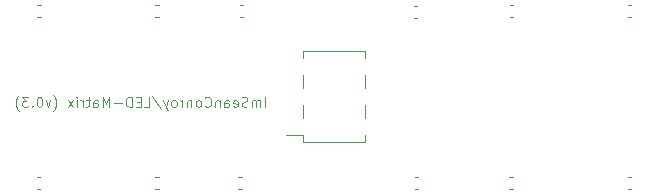
<source format=gbr>
G04 #@! TF.GenerationSoftware,KiCad,Pcbnew,8.0.6*
G04 #@! TF.CreationDate,2025-07-13T20:09:48+01:00*
G04 #@! TF.ProjectId,led-matrix,6c65642d-6d61-4747-9269-782e6b696361,0.3*
G04 #@! TF.SameCoordinates,Original*
G04 #@! TF.FileFunction,Legend,Bot*
G04 #@! TF.FilePolarity,Positive*
%FSLAX46Y46*%
G04 Gerber Fmt 4.6, Leading zero omitted, Abs format (unit mm)*
G04 Created by KiCad (PCBNEW 8.0.6) date 2025-07-13 20:09:48*
%MOMM*%
%LPD*%
G01*
G04 APERTURE LIST*
%ADD10C,0.100000*%
%ADD11C,0.120000*%
G04 APERTURE END LIST*
D10*
X97531830Y-64340777D02*
X97531830Y-63490777D01*
X97127068Y-64340777D02*
X97127068Y-63774110D01*
X97127068Y-63855062D02*
X97086591Y-63814586D01*
X97086591Y-63814586D02*
X97005639Y-63774110D01*
X97005639Y-63774110D02*
X96884210Y-63774110D01*
X96884210Y-63774110D02*
X96803258Y-63814586D01*
X96803258Y-63814586D02*
X96762782Y-63895539D01*
X96762782Y-63895539D02*
X96762782Y-64340777D01*
X96762782Y-63895539D02*
X96722306Y-63814586D01*
X96722306Y-63814586D02*
X96641353Y-63774110D01*
X96641353Y-63774110D02*
X96519925Y-63774110D01*
X96519925Y-63774110D02*
X96438972Y-63814586D01*
X96438972Y-63814586D02*
X96398496Y-63895539D01*
X96398496Y-63895539D02*
X96398496Y-64340777D01*
X96034211Y-64300301D02*
X95912782Y-64340777D01*
X95912782Y-64340777D02*
X95710401Y-64340777D01*
X95710401Y-64340777D02*
X95629449Y-64300301D01*
X95629449Y-64300301D02*
X95588973Y-64259824D01*
X95588973Y-64259824D02*
X95548496Y-64178872D01*
X95548496Y-64178872D02*
X95548496Y-64097920D01*
X95548496Y-64097920D02*
X95588973Y-64016967D01*
X95588973Y-64016967D02*
X95629449Y-63976491D01*
X95629449Y-63976491D02*
X95710401Y-63936015D01*
X95710401Y-63936015D02*
X95872306Y-63895539D01*
X95872306Y-63895539D02*
X95953258Y-63855062D01*
X95953258Y-63855062D02*
X95993735Y-63814586D01*
X95993735Y-63814586D02*
X96034211Y-63733634D01*
X96034211Y-63733634D02*
X96034211Y-63652681D01*
X96034211Y-63652681D02*
X95993735Y-63571729D01*
X95993735Y-63571729D02*
X95953258Y-63531253D01*
X95953258Y-63531253D02*
X95872306Y-63490777D01*
X95872306Y-63490777D02*
X95669925Y-63490777D01*
X95669925Y-63490777D02*
X95548496Y-63531253D01*
X94860401Y-64300301D02*
X94941353Y-64340777D01*
X94941353Y-64340777D02*
X95103258Y-64340777D01*
X95103258Y-64340777D02*
X95184211Y-64300301D01*
X95184211Y-64300301D02*
X95224687Y-64219348D01*
X95224687Y-64219348D02*
X95224687Y-63895539D01*
X95224687Y-63895539D02*
X95184211Y-63814586D01*
X95184211Y-63814586D02*
X95103258Y-63774110D01*
X95103258Y-63774110D02*
X94941353Y-63774110D01*
X94941353Y-63774110D02*
X94860401Y-63814586D01*
X94860401Y-63814586D02*
X94819925Y-63895539D01*
X94819925Y-63895539D02*
X94819925Y-63976491D01*
X94819925Y-63976491D02*
X95224687Y-64057443D01*
X94091354Y-64340777D02*
X94091354Y-63895539D01*
X94091354Y-63895539D02*
X94131830Y-63814586D01*
X94131830Y-63814586D02*
X94212782Y-63774110D01*
X94212782Y-63774110D02*
X94374687Y-63774110D01*
X94374687Y-63774110D02*
X94455640Y-63814586D01*
X94091354Y-64300301D02*
X94172306Y-64340777D01*
X94172306Y-64340777D02*
X94374687Y-64340777D01*
X94374687Y-64340777D02*
X94455640Y-64300301D01*
X94455640Y-64300301D02*
X94496116Y-64219348D01*
X94496116Y-64219348D02*
X94496116Y-64138396D01*
X94496116Y-64138396D02*
X94455640Y-64057443D01*
X94455640Y-64057443D02*
X94374687Y-64016967D01*
X94374687Y-64016967D02*
X94172306Y-64016967D01*
X94172306Y-64016967D02*
X94091354Y-63976491D01*
X93686592Y-63774110D02*
X93686592Y-64340777D01*
X93686592Y-63855062D02*
X93646115Y-63814586D01*
X93646115Y-63814586D02*
X93565163Y-63774110D01*
X93565163Y-63774110D02*
X93443734Y-63774110D01*
X93443734Y-63774110D02*
X93362782Y-63814586D01*
X93362782Y-63814586D02*
X93322306Y-63895539D01*
X93322306Y-63895539D02*
X93322306Y-64340777D01*
X92431829Y-64259824D02*
X92472305Y-64300301D01*
X92472305Y-64300301D02*
X92593734Y-64340777D01*
X92593734Y-64340777D02*
X92674686Y-64340777D01*
X92674686Y-64340777D02*
X92796115Y-64300301D01*
X92796115Y-64300301D02*
X92877067Y-64219348D01*
X92877067Y-64219348D02*
X92917544Y-64138396D01*
X92917544Y-64138396D02*
X92958020Y-63976491D01*
X92958020Y-63976491D02*
X92958020Y-63855062D01*
X92958020Y-63855062D02*
X92917544Y-63693158D01*
X92917544Y-63693158D02*
X92877067Y-63612205D01*
X92877067Y-63612205D02*
X92796115Y-63531253D01*
X92796115Y-63531253D02*
X92674686Y-63490777D01*
X92674686Y-63490777D02*
X92593734Y-63490777D01*
X92593734Y-63490777D02*
X92472305Y-63531253D01*
X92472305Y-63531253D02*
X92431829Y-63571729D01*
X91946115Y-64340777D02*
X92027067Y-64300301D01*
X92027067Y-64300301D02*
X92067544Y-64259824D01*
X92067544Y-64259824D02*
X92108020Y-64178872D01*
X92108020Y-64178872D02*
X92108020Y-63936015D01*
X92108020Y-63936015D02*
X92067544Y-63855062D01*
X92067544Y-63855062D02*
X92027067Y-63814586D01*
X92027067Y-63814586D02*
X91946115Y-63774110D01*
X91946115Y-63774110D02*
X91824686Y-63774110D01*
X91824686Y-63774110D02*
X91743734Y-63814586D01*
X91743734Y-63814586D02*
X91703258Y-63855062D01*
X91703258Y-63855062D02*
X91662782Y-63936015D01*
X91662782Y-63936015D02*
X91662782Y-64178872D01*
X91662782Y-64178872D02*
X91703258Y-64259824D01*
X91703258Y-64259824D02*
X91743734Y-64300301D01*
X91743734Y-64300301D02*
X91824686Y-64340777D01*
X91824686Y-64340777D02*
X91946115Y-64340777D01*
X91298496Y-63774110D02*
X91298496Y-64340777D01*
X91298496Y-63855062D02*
X91258019Y-63814586D01*
X91258019Y-63814586D02*
X91177067Y-63774110D01*
X91177067Y-63774110D02*
X91055638Y-63774110D01*
X91055638Y-63774110D02*
X90974686Y-63814586D01*
X90974686Y-63814586D02*
X90934210Y-63895539D01*
X90934210Y-63895539D02*
X90934210Y-64340777D01*
X90529448Y-64340777D02*
X90529448Y-63774110D01*
X90529448Y-63936015D02*
X90488971Y-63855062D01*
X90488971Y-63855062D02*
X90448495Y-63814586D01*
X90448495Y-63814586D02*
X90367543Y-63774110D01*
X90367543Y-63774110D02*
X90286590Y-63774110D01*
X89881829Y-64340777D02*
X89962781Y-64300301D01*
X89962781Y-64300301D02*
X90003258Y-64259824D01*
X90003258Y-64259824D02*
X90043734Y-64178872D01*
X90043734Y-64178872D02*
X90043734Y-63936015D01*
X90043734Y-63936015D02*
X90003258Y-63855062D01*
X90003258Y-63855062D02*
X89962781Y-63814586D01*
X89962781Y-63814586D02*
X89881829Y-63774110D01*
X89881829Y-63774110D02*
X89760400Y-63774110D01*
X89760400Y-63774110D02*
X89679448Y-63814586D01*
X89679448Y-63814586D02*
X89638972Y-63855062D01*
X89638972Y-63855062D02*
X89598496Y-63936015D01*
X89598496Y-63936015D02*
X89598496Y-64178872D01*
X89598496Y-64178872D02*
X89638972Y-64259824D01*
X89638972Y-64259824D02*
X89679448Y-64300301D01*
X89679448Y-64300301D02*
X89760400Y-64340777D01*
X89760400Y-64340777D02*
X89881829Y-64340777D01*
X89315162Y-63774110D02*
X89112781Y-64340777D01*
X88910400Y-63774110D02*
X89112781Y-64340777D01*
X89112781Y-64340777D02*
X89193733Y-64543158D01*
X89193733Y-64543158D02*
X89234210Y-64583634D01*
X89234210Y-64583634D02*
X89315162Y-64624110D01*
X87979448Y-63450301D02*
X88708019Y-64543158D01*
X87291353Y-64340777D02*
X87696115Y-64340777D01*
X87696115Y-64340777D02*
X87696115Y-63490777D01*
X87008020Y-63895539D02*
X86724686Y-63895539D01*
X86603258Y-64340777D02*
X87008020Y-64340777D01*
X87008020Y-64340777D02*
X87008020Y-63490777D01*
X87008020Y-63490777D02*
X86603258Y-63490777D01*
X86238972Y-64340777D02*
X86238972Y-63490777D01*
X86238972Y-63490777D02*
X86036591Y-63490777D01*
X86036591Y-63490777D02*
X85915162Y-63531253D01*
X85915162Y-63531253D02*
X85834210Y-63612205D01*
X85834210Y-63612205D02*
X85793733Y-63693158D01*
X85793733Y-63693158D02*
X85753257Y-63855062D01*
X85753257Y-63855062D02*
X85753257Y-63976491D01*
X85753257Y-63976491D02*
X85793733Y-64138396D01*
X85793733Y-64138396D02*
X85834210Y-64219348D01*
X85834210Y-64219348D02*
X85915162Y-64300301D01*
X85915162Y-64300301D02*
X86036591Y-64340777D01*
X86036591Y-64340777D02*
X86238972Y-64340777D01*
X85388972Y-64016967D02*
X84741353Y-64016967D01*
X84336591Y-64340777D02*
X84336591Y-63490777D01*
X84336591Y-63490777D02*
X84053257Y-64097920D01*
X84053257Y-64097920D02*
X83769924Y-63490777D01*
X83769924Y-63490777D02*
X83769924Y-64340777D01*
X83000876Y-64340777D02*
X83000876Y-63895539D01*
X83000876Y-63895539D02*
X83041352Y-63814586D01*
X83041352Y-63814586D02*
X83122304Y-63774110D01*
X83122304Y-63774110D02*
X83284209Y-63774110D01*
X83284209Y-63774110D02*
X83365162Y-63814586D01*
X83000876Y-64300301D02*
X83081828Y-64340777D01*
X83081828Y-64340777D02*
X83284209Y-64340777D01*
X83284209Y-64340777D02*
X83365162Y-64300301D01*
X83365162Y-64300301D02*
X83405638Y-64219348D01*
X83405638Y-64219348D02*
X83405638Y-64138396D01*
X83405638Y-64138396D02*
X83365162Y-64057443D01*
X83365162Y-64057443D02*
X83284209Y-64016967D01*
X83284209Y-64016967D02*
X83081828Y-64016967D01*
X83081828Y-64016967D02*
X83000876Y-63976491D01*
X82717542Y-63774110D02*
X82393733Y-63774110D01*
X82596114Y-63490777D02*
X82596114Y-64219348D01*
X82596114Y-64219348D02*
X82555637Y-64300301D01*
X82555637Y-64300301D02*
X82474685Y-64340777D01*
X82474685Y-64340777D02*
X82393733Y-64340777D01*
X82110400Y-64340777D02*
X82110400Y-63774110D01*
X82110400Y-63936015D02*
X82069923Y-63855062D01*
X82069923Y-63855062D02*
X82029447Y-63814586D01*
X82029447Y-63814586D02*
X81948495Y-63774110D01*
X81948495Y-63774110D02*
X81867542Y-63774110D01*
X81584210Y-64340777D02*
X81584210Y-63774110D01*
X81584210Y-63490777D02*
X81624686Y-63531253D01*
X81624686Y-63531253D02*
X81584210Y-63571729D01*
X81584210Y-63571729D02*
X81543733Y-63531253D01*
X81543733Y-63531253D02*
X81584210Y-63490777D01*
X81584210Y-63490777D02*
X81584210Y-63571729D01*
X81260400Y-64340777D02*
X80815162Y-63774110D01*
X81260400Y-63774110D02*
X80815162Y-64340777D01*
X79600876Y-64664586D02*
X79641353Y-64624110D01*
X79641353Y-64624110D02*
X79722305Y-64502681D01*
X79722305Y-64502681D02*
X79762781Y-64421729D01*
X79762781Y-64421729D02*
X79803257Y-64300301D01*
X79803257Y-64300301D02*
X79843734Y-64097920D01*
X79843734Y-64097920D02*
X79843734Y-63936015D01*
X79843734Y-63936015D02*
X79803257Y-63733634D01*
X79803257Y-63733634D02*
X79762781Y-63612205D01*
X79762781Y-63612205D02*
X79722305Y-63531253D01*
X79722305Y-63531253D02*
X79641353Y-63409824D01*
X79641353Y-63409824D02*
X79600876Y-63369348D01*
X79358019Y-63774110D02*
X79155638Y-64340777D01*
X79155638Y-64340777D02*
X78953257Y-63774110D01*
X78467543Y-63490777D02*
X78386590Y-63490777D01*
X78386590Y-63490777D02*
X78305638Y-63531253D01*
X78305638Y-63531253D02*
X78265162Y-63571729D01*
X78265162Y-63571729D02*
X78224686Y-63652681D01*
X78224686Y-63652681D02*
X78184209Y-63814586D01*
X78184209Y-63814586D02*
X78184209Y-64016967D01*
X78184209Y-64016967D02*
X78224686Y-64178872D01*
X78224686Y-64178872D02*
X78265162Y-64259824D01*
X78265162Y-64259824D02*
X78305638Y-64300301D01*
X78305638Y-64300301D02*
X78386590Y-64340777D01*
X78386590Y-64340777D02*
X78467543Y-64340777D01*
X78467543Y-64340777D02*
X78548495Y-64300301D01*
X78548495Y-64300301D02*
X78588971Y-64259824D01*
X78588971Y-64259824D02*
X78629448Y-64178872D01*
X78629448Y-64178872D02*
X78669924Y-64016967D01*
X78669924Y-64016967D02*
X78669924Y-63814586D01*
X78669924Y-63814586D02*
X78629448Y-63652681D01*
X78629448Y-63652681D02*
X78588971Y-63571729D01*
X78588971Y-63571729D02*
X78548495Y-63531253D01*
X78548495Y-63531253D02*
X78467543Y-63490777D01*
X77819924Y-64259824D02*
X77779447Y-64300301D01*
X77779447Y-64300301D02*
X77819924Y-64340777D01*
X77819924Y-64340777D02*
X77860400Y-64300301D01*
X77860400Y-64300301D02*
X77819924Y-64259824D01*
X77819924Y-64259824D02*
X77819924Y-64340777D01*
X77496114Y-63490777D02*
X76969923Y-63490777D01*
X76969923Y-63490777D02*
X77253257Y-63814586D01*
X77253257Y-63814586D02*
X77131828Y-63814586D01*
X77131828Y-63814586D02*
X77050876Y-63855062D01*
X77050876Y-63855062D02*
X77010400Y-63895539D01*
X77010400Y-63895539D02*
X76969923Y-63976491D01*
X76969923Y-63976491D02*
X76969923Y-64178872D01*
X76969923Y-64178872D02*
X77010400Y-64259824D01*
X77010400Y-64259824D02*
X77050876Y-64300301D01*
X77050876Y-64300301D02*
X77131828Y-64340777D01*
X77131828Y-64340777D02*
X77374685Y-64340777D01*
X77374685Y-64340777D02*
X77455638Y-64300301D01*
X77455638Y-64300301D02*
X77496114Y-64259824D01*
X76686590Y-64664586D02*
X76646114Y-64624110D01*
X76646114Y-64624110D02*
X76565161Y-64502681D01*
X76565161Y-64502681D02*
X76524685Y-64421729D01*
X76524685Y-64421729D02*
X76484209Y-64300301D01*
X76484209Y-64300301D02*
X76443733Y-64097920D01*
X76443733Y-64097920D02*
X76443733Y-63936015D01*
X76443733Y-63936015D02*
X76484209Y-63733634D01*
X76484209Y-63733634D02*
X76524685Y-63612205D01*
X76524685Y-63612205D02*
X76565161Y-63531253D01*
X76565161Y-63531253D02*
X76646114Y-63409824D01*
X76646114Y-63409824D02*
X76686590Y-63369348D01*
D11*
X128520580Y-70240000D02*
X128239420Y-70240000D01*
X128520580Y-71260000D02*
X128239420Y-71260000D01*
X78495580Y-70240000D02*
X78214420Y-70240000D01*
X78495580Y-71260000D02*
X78214420Y-71260000D01*
X128520580Y-55740000D02*
X128239420Y-55740000D01*
X128520580Y-56760000D02*
X128239420Y-56760000D01*
X100755000Y-59587189D02*
X100755000Y-60157189D01*
X100755000Y-61677189D02*
X100755000Y-62697189D01*
X100755000Y-64217189D02*
X100755000Y-65237189D01*
X100755000Y-66757189D02*
X99315000Y-66757189D01*
X100755000Y-66757189D02*
X100755000Y-67327189D01*
X105955000Y-59587189D02*
X100755000Y-59587189D01*
X105955000Y-59587189D02*
X105955000Y-60157189D01*
X105955000Y-61677189D02*
X105955000Y-62697189D01*
X105955000Y-64217189D02*
X105955000Y-65237189D01*
X105955000Y-66757189D02*
X105955000Y-67327189D01*
X105955000Y-67327189D02*
X100755000Y-67327189D01*
X88520580Y-70240000D02*
X88239420Y-70240000D01*
X88520580Y-71260000D02*
X88239420Y-71260000D01*
X110415580Y-55790000D02*
X110134420Y-55790000D01*
X110415580Y-56810000D02*
X110134420Y-56810000D01*
X78520580Y-55740000D02*
X78239420Y-55740000D01*
X78520580Y-56760000D02*
X78239420Y-56760000D01*
X88520580Y-55740000D02*
X88239420Y-55740000D01*
X88520580Y-56760000D02*
X88239420Y-56760000D01*
X118520580Y-55740000D02*
X118239420Y-55740000D01*
X118520580Y-56760000D02*
X118239420Y-56760000D01*
X95261820Y-70240000D02*
X95542980Y-70240000D01*
X95261820Y-71260000D02*
X95542980Y-71260000D01*
X110490580Y-70240000D02*
X110209420Y-70240000D01*
X110490580Y-71260000D02*
X110209420Y-71260000D01*
X95409420Y-55740000D02*
X95690580Y-55740000D01*
X95409420Y-56760000D02*
X95690580Y-56760000D01*
X118495580Y-70240000D02*
X118214420Y-70240000D01*
X118495580Y-71260000D02*
X118214420Y-71260000D01*
M02*

</source>
